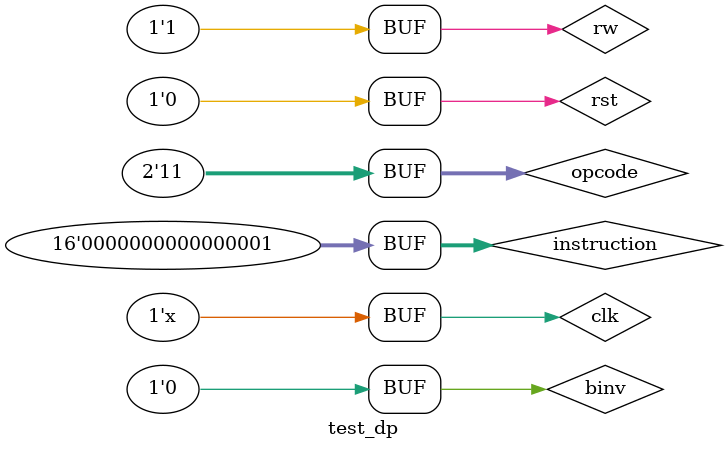
<source format=v>
module new4b
(
	input[3:0]no1,
	input[3:0]no2,
	input sub,
	input[1:0]oper,
	output[3:0]res,
	output carry
);

	assign{carry,res}=(oper==0)?(no1&no2):(oper==1)?(no1|no2):(oper==2)?((sub==0)?(no1+no2):(no1-no2)):(no1<no2);
endmodule	


module pc 
(
	input clk,rst,
	output reg [3:0]out
);
	always @(posedge clk)
	begin
	if (rst == 1)
		out <= 0;
	else
		out <= out + 1;
	end
endmodule

module reg_file(
		input [1:0]read_reg1,read_reg2,
		input [1:0]write_reg,
		input [3:0]write_data,
		input rw,
		input rst,clk,
			
		output reg [3:0]data_out1,data_out2);
reg [3:0]register[3:0];
always@(posedge clk)
begin
	if(rst)
	begin
		register[0]<=2;
		register[1]<=3;
		register[2]<=4;
		register[3]<=5;
	end
	else
	begin
		if(rw==0)
		begin
			register[write_reg]<=write_data;
		end
		else
		begin
			data_out1<=register[read_reg1];
			data_out2<=register[read_reg2];
		end
	end
end
endmodule

module datapath
(
	input clk,rst,rw,
	input [1:0]opcode,
	input binv,
	input [15:0]instruction,
	output [3:0]data_address,
	output [3:0]address
);
	wire [3:0]w1,w2,w3;
	wire w4;
	assign w4=0;
	pc obj (clk,rst,address);
	reg_file obj1 (instruction[1:0],instruction[3:2],instruction[5:4],data_address,rw,rst,clk,w1,w2);
	new4b obj2 (w1,w2,binv,opcode,data_address,w4);
endmodule

module test_dp ();

	reg clk,rst,rw;
	reg [1:0]opcode;
	reg binv;
	reg [15:0]instruction;
	wire [3:0]data_address;
	wire [3:0]address;
	
datapath obj (clk,rst,rw,opcode,binv,instruction,data_address,address);
always
#3 clk =	~clk;

initial begin
rst=1; clk=0;
#3 rst =0;
#10 instruction=0;	opcode=0; binv=0;rw=1;
#10 instruction=1;rw=1;
#10 opcode=1;
#10 opcode=2;
#10 opcode=3;
end
endmodule


</source>
